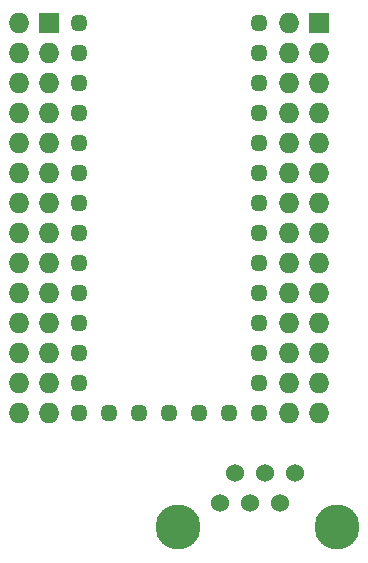
<source format=gbs>
%FSLAX46Y46*%
G04 Gerber Fmt 4.6, Leading zero omitted, Abs format (unit mm)*
G04 Created by KiCad (PCBNEW (2014-10-27 BZR 5228)-product) date 4/13/2015 9:46:14 PM*
%MOMM*%
G01*
G04 APERTURE LIST*
%ADD10C,0.100000*%
%ADD11R,1.727200X1.727200*%
%ADD12O,1.727200X1.727200*%
%ADD13O,1.447800X1.447800*%
%ADD14C,1.524000*%
%ADD15C,3.810000*%
G04 APERTURE END LIST*
D10*
D11*
X162560000Y-96520000D03*
D12*
X160020000Y-96520000D03*
X162560000Y-99060000D03*
X160020000Y-99060000D03*
X162560000Y-101600000D03*
X160020000Y-101600000D03*
X162560000Y-104140000D03*
X160020000Y-104140000D03*
X162560000Y-106680000D03*
X160020000Y-106680000D03*
X162560000Y-109220000D03*
X160020000Y-109220000D03*
X162560000Y-111760000D03*
X160020000Y-111760000D03*
X162560000Y-114300000D03*
X160020000Y-114300000D03*
X162560000Y-116840000D03*
X160020000Y-116840000D03*
X162560000Y-119380000D03*
X160020000Y-119380000D03*
X162560000Y-121920000D03*
X160020000Y-121920000D03*
X162560000Y-124460000D03*
X160020000Y-124460000D03*
X162560000Y-127000000D03*
X160020000Y-127000000D03*
X162560000Y-129540000D03*
X160020000Y-129540000D03*
D11*
X185420000Y-96520000D03*
D12*
X182880000Y-96520000D03*
X185420000Y-99060000D03*
X182880000Y-99060000D03*
X185420000Y-101600000D03*
X182880000Y-101600000D03*
X185420000Y-104140000D03*
X182880000Y-104140000D03*
X185420000Y-106680000D03*
X182880000Y-106680000D03*
X185420000Y-109220000D03*
X182880000Y-109220000D03*
X185420000Y-111760000D03*
X182880000Y-111760000D03*
X185420000Y-114300000D03*
X182880000Y-114300000D03*
X185420000Y-116840000D03*
X182880000Y-116840000D03*
X185420000Y-119380000D03*
X182880000Y-119380000D03*
X185420000Y-121920000D03*
X182880000Y-121920000D03*
X185420000Y-124460000D03*
X182880000Y-124460000D03*
X185420000Y-127000000D03*
X182880000Y-127000000D03*
X185420000Y-129540000D03*
X182880000Y-129540000D03*
D13*
X165100000Y-96520000D03*
X165100000Y-99060000D03*
X165100000Y-101600000D03*
X165100000Y-104140000D03*
X165100000Y-106680000D03*
X165100000Y-109220000D03*
X165100000Y-111760000D03*
X165100000Y-114300000D03*
X165100000Y-116840000D03*
X165100000Y-119380000D03*
X165100000Y-121920000D03*
X165100000Y-124460000D03*
X165100000Y-127000000D03*
X165100000Y-129540000D03*
X167640000Y-129540000D03*
X170180000Y-129540000D03*
X172720000Y-129540000D03*
X175260000Y-129540000D03*
X177800000Y-129540000D03*
X180340000Y-129540000D03*
X180340000Y-127000000D03*
X180340000Y-124460000D03*
X180340000Y-121920000D03*
X180340000Y-119380000D03*
X180340000Y-116840000D03*
X180340000Y-114300000D03*
X180340000Y-111760000D03*
X180340000Y-109220000D03*
X180340000Y-106680000D03*
X180340000Y-104140000D03*
X180340000Y-101600000D03*
X180340000Y-99060000D03*
X180340000Y-96520000D03*
D14*
X180848000Y-134620000D03*
X178308000Y-134620000D03*
X183388000Y-134620000D03*
X177038000Y-137160000D03*
X179578000Y-137160000D03*
X182118000Y-137160000D03*
D15*
X186944000Y-139192000D03*
X173482000Y-139192000D03*
M02*

</source>
